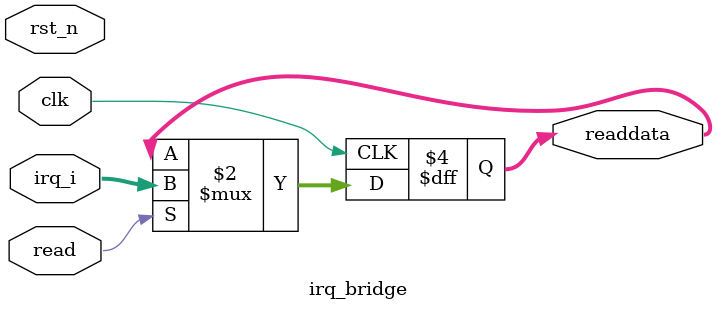
<source format=v>

module irq_bridge
(
    // master inputs:
    clk,
    read,
    rst_n,

    // master outputs:
    readdata,
    
    // interrupt request ports:
    irq_i
);
  input            clk;
  input            read;
  input            rst_n;
  output reg [31:0] readdata;
  input     [31:0]  irq_i;
  
  always @(posedge clk) begin
    if (read) begin
      readdata <= irq_i;
    end
  end

endmodule

</source>
